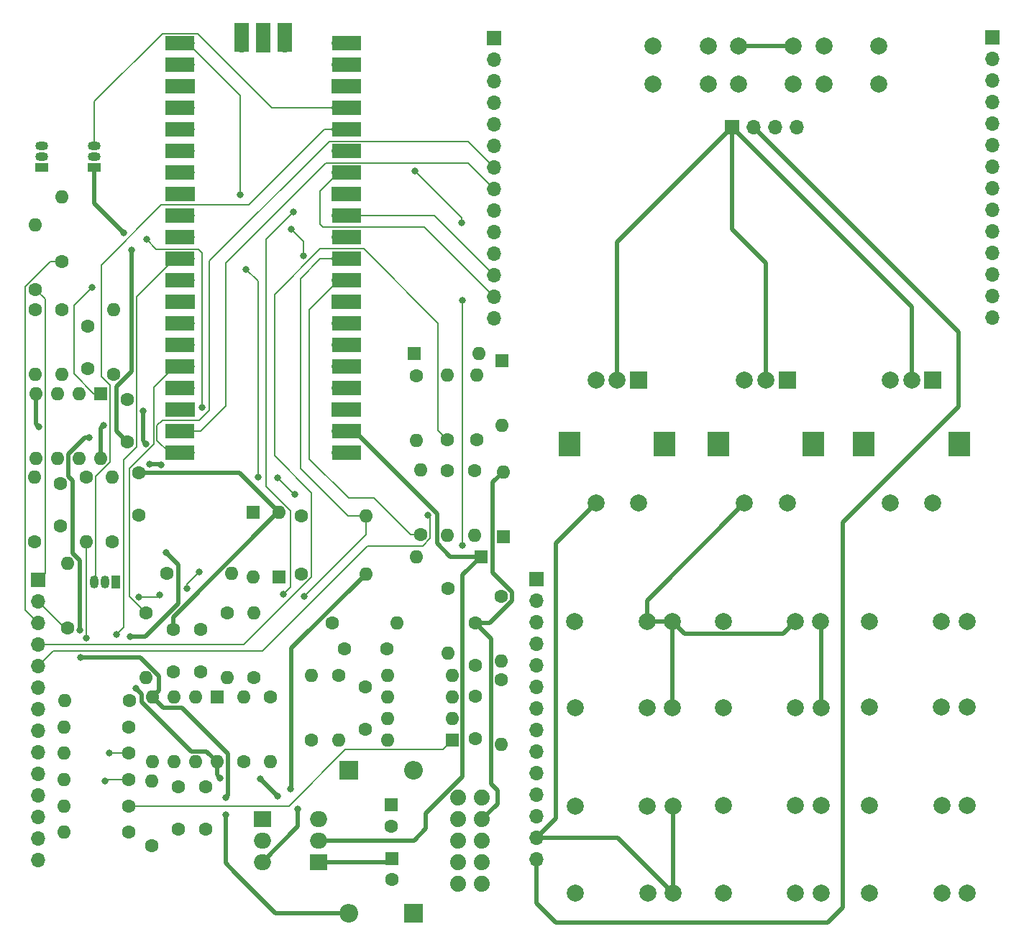
<source format=gbl>
G04 #@! TF.GenerationSoftware,KiCad,Pcbnew,(6.0.0-0)*
G04 #@! TF.CreationDate,2022-05-01T22:25:30-03:00*
G04 #@! TF.ProjectId,3lw_fp_and_bp_circuit,336c775f-6670-45f6-916e-645f62705f63,rev?*
G04 #@! TF.SameCoordinates,Original*
G04 #@! TF.FileFunction,Copper,L2,Bot*
G04 #@! TF.FilePolarity,Positive*
%FSLAX46Y46*%
G04 Gerber Fmt 4.6, Leading zero omitted, Abs format (unit mm)*
G04 Created by KiCad (PCBNEW (6.0.0-0)) date 2022-05-01 22:25:30*
%MOMM*%
%LPD*%
G01*
G04 APERTURE LIST*
G04 #@! TA.AperFunction,ComponentPad*
%ADD10C,1.600000*%
G04 #@! TD*
G04 #@! TA.AperFunction,ComponentPad*
%ADD11O,1.600000X1.600000*%
G04 #@! TD*
G04 #@! TA.AperFunction,ComponentPad*
%ADD12C,2.000000*%
G04 #@! TD*
G04 #@! TA.AperFunction,ComponentPad*
%ADD13R,1.600000X1.600000*%
G04 #@! TD*
G04 #@! TA.AperFunction,ComponentPad*
%ADD14R,1.500000X1.050000*%
G04 #@! TD*
G04 #@! TA.AperFunction,ComponentPad*
%ADD15O,1.500000X1.050000*%
G04 #@! TD*
G04 #@! TA.AperFunction,ComponentPad*
%ADD16R,1.700000X1.700000*%
G04 #@! TD*
G04 #@! TA.AperFunction,ComponentPad*
%ADD17O,1.700000X1.700000*%
G04 #@! TD*
G04 #@! TA.AperFunction,ComponentPad*
%ADD18R,2.000000X2.000000*%
G04 #@! TD*
G04 #@! TA.AperFunction,ComponentPad*
%ADD19R,2.500000X3.000000*%
G04 #@! TD*
G04 #@! TA.AperFunction,ComponentPad*
%ADD20R,1.050000X1.500000*%
G04 #@! TD*
G04 #@! TA.AperFunction,ComponentPad*
%ADD21O,1.050000X1.500000*%
G04 #@! TD*
G04 #@! TA.AperFunction,ComponentPad*
%ADD22C,1.879600*%
G04 #@! TD*
G04 #@! TA.AperFunction,SMDPad,CuDef*
%ADD23R,3.500000X1.700000*%
G04 #@! TD*
G04 #@! TA.AperFunction,SMDPad,CuDef*
%ADD24R,1.700000X3.500000*%
G04 #@! TD*
G04 #@! TA.AperFunction,ComponentPad*
%ADD25R,2.000000X1.905000*%
G04 #@! TD*
G04 #@! TA.AperFunction,ComponentPad*
%ADD26O,2.000000X1.905000*%
G04 #@! TD*
G04 #@! TA.AperFunction,ComponentPad*
%ADD27R,2.200000X2.200000*%
G04 #@! TD*
G04 #@! TA.AperFunction,ComponentPad*
%ADD28O,2.200000X2.200000*%
G04 #@! TD*
G04 #@! TA.AperFunction,ViaPad*
%ADD29C,0.800000*%
G04 #@! TD*
G04 #@! TA.AperFunction,Conductor*
%ADD30C,0.200000*%
G04 #@! TD*
G04 #@! TA.AperFunction,Conductor*
%ADD31C,0.500000*%
G04 #@! TD*
G04 APERTURE END LIST*
D10*
X25752109Y-91650000D03*
D11*
X25752109Y-84030000D03*
D12*
X97067827Y-122936789D03*
X85567827Y-122936789D03*
X94067827Y-122936789D03*
D10*
X33016509Y-112630400D03*
D11*
X25396509Y-112630400D03*
D13*
X50669509Y-85655600D03*
D11*
X50669509Y-78035600D03*
D12*
X114466800Y-90911520D03*
X102966800Y-90911520D03*
X111466800Y-90911520D03*
D10*
X44598909Y-89922800D03*
D11*
X44598909Y-97542800D03*
D10*
X31238509Y-61779600D03*
D11*
X31238509Y-54159600D03*
D10*
X57690306Y-97238000D03*
D11*
X57690306Y-104858000D03*
D13*
X66595309Y-59290400D03*
D11*
X74215309Y-59290400D03*
D10*
X34997709Y-89922800D03*
D11*
X34997709Y-97542800D03*
D10*
X76856909Y-87941600D03*
D11*
X76856909Y-95561600D03*
D10*
X32813309Y-69715200D03*
X32813309Y-64715200D03*
X53285709Y-78442000D03*
D11*
X60905709Y-78442000D03*
D12*
X114485150Y-122898782D03*
X102985150Y-122898782D03*
X111485150Y-122898782D03*
D14*
X22704109Y-37395600D03*
D15*
X22704109Y-36125600D03*
X22704109Y-34855600D03*
D12*
X131656205Y-90911520D03*
X120156205Y-90911520D03*
X128656205Y-90911520D03*
X97042427Y-112641277D03*
X85542427Y-112641277D03*
X94042427Y-112641277D03*
D10*
X60789106Y-98609600D03*
X60789106Y-103609600D03*
X21992909Y-54159600D03*
D11*
X21992909Y-61779600D03*
D10*
X49628109Y-99778000D03*
D11*
X49628109Y-107398000D03*
D12*
X96991627Y-90936920D03*
X85491627Y-90936920D03*
X93991627Y-90936920D03*
D10*
X58405709Y-94139200D03*
X63405709Y-94139200D03*
D12*
X104742200Y-23056606D03*
X111242200Y-23056606D03*
X111242200Y-27556606D03*
X104742200Y-27556606D03*
D10*
X33016509Y-106432800D03*
D11*
X25396509Y-106432800D03*
D10*
X34134109Y-73351200D03*
X34134109Y-78351200D03*
X38198109Y-91842400D03*
X38198109Y-96842400D03*
X73935909Y-69501200D03*
D11*
X73935909Y-61881200D03*
D13*
X43379709Y-99828800D03*
D11*
X40839709Y-99828800D03*
X38299709Y-99828800D03*
X35759709Y-99828800D03*
X35759709Y-107448800D03*
X38299709Y-107448800D03*
X40839709Y-107448800D03*
X43379709Y-107448800D03*
D14*
X28906109Y-37395600D03*
D15*
X28906109Y-36125600D03*
X28906109Y-34855600D03*
D10*
X33016509Y-109531600D03*
D11*
X25396509Y-109531600D03*
D16*
X104014400Y-32675256D03*
D17*
X106554400Y-32675256D03*
X109094400Y-32675256D03*
X111634400Y-32675256D03*
D10*
X25142509Y-48470000D03*
D11*
X25142509Y-40850000D03*
D10*
X42058909Y-115384400D03*
X42058909Y-110384400D03*
D13*
X76958509Y-60204800D03*
D11*
X76958509Y-67824800D03*
D12*
X114485150Y-112603270D03*
X102985150Y-112603270D03*
X111485150Y-112603270D03*
D13*
X47646909Y-78035600D03*
D11*
X47646909Y-85655600D03*
D10*
X70506909Y-69475800D03*
D11*
X70506909Y-61855800D03*
D10*
X21891309Y-81540800D03*
D11*
X21891309Y-73920800D03*
D10*
X47697709Y-97542800D03*
D11*
X47697709Y-89922800D03*
D10*
X53285709Y-85274600D03*
D11*
X60905709Y-85274600D03*
D10*
X35708909Y-117304000D03*
D11*
X35708909Y-109684000D03*
D12*
X97017027Y-101046525D03*
X85517027Y-101046525D03*
X94017027Y-101046525D03*
D10*
X70608509Y-86976400D03*
D11*
X70608509Y-94596400D03*
D10*
X37486909Y-85223800D03*
D11*
X45106909Y-85223800D03*
D18*
X92984227Y-62470866D03*
D12*
X87984227Y-62470866D03*
X90484227Y-62470866D03*
D19*
X84884227Y-69970866D03*
X96084227Y-69970866D03*
D12*
X92984227Y-76970866D03*
X87984227Y-76970866D03*
D10*
X33016509Y-115729200D03*
D11*
X25396509Y-115729200D03*
D18*
X127638205Y-62470866D03*
D12*
X122638205Y-62470866D03*
X125138205Y-62470866D03*
D19*
X119538205Y-69970866D03*
X130738205Y-69970866D03*
D12*
X127638205Y-76970866D03*
X122638205Y-76970866D03*
D10*
X21992909Y-51772000D03*
D11*
X21992909Y-44152000D03*
D10*
X31035309Y-81540800D03*
D11*
X31035309Y-73920800D03*
D13*
X74443909Y-83242600D03*
D11*
X66823909Y-83242600D03*
D10*
X67357309Y-80677200D03*
D11*
X67357309Y-73057200D03*
D10*
X28190509Y-61119200D03*
X28190509Y-56119200D03*
D12*
X121314264Y-23056606D03*
X114814264Y-23056606D03*
X114814264Y-27556606D03*
X121314264Y-27556606D03*
D18*
X110492200Y-62470866D03*
D12*
X105492200Y-62470866D03*
X107992200Y-62470866D03*
D19*
X102392200Y-69970866D03*
X113592200Y-69970866D03*
D12*
X110492200Y-76970866D03*
X105492200Y-76970866D03*
D13*
X29653709Y-64065600D03*
D11*
X27113709Y-64065600D03*
X24573709Y-64065600D03*
X22033709Y-64065600D03*
X22033709Y-71685600D03*
X24573709Y-71685600D03*
X27113709Y-71685600D03*
X29653709Y-71685600D03*
D10*
X25091709Y-54159600D03*
D11*
X25091709Y-61779600D03*
D12*
X131668455Y-100995725D03*
X120168455Y-100995725D03*
X128668455Y-100995725D03*
D13*
X71040706Y-104898800D03*
D11*
X71040706Y-102358800D03*
X71040706Y-99818800D03*
X71040706Y-97278800D03*
X63420706Y-97278800D03*
X63420706Y-99818800D03*
X63420706Y-102358800D03*
X63420706Y-104898800D03*
D10*
X46529309Y-107398000D03*
D11*
X46529309Y-99778000D03*
D10*
X24939309Y-74621200D03*
X24939309Y-79621200D03*
D12*
X94719973Y-23056606D03*
X101219973Y-23056606D03*
X101219973Y-27556606D03*
X94719973Y-27556606D03*
D10*
X66874709Y-61932000D03*
D11*
X66874709Y-69552000D03*
D10*
X41449309Y-91842400D03*
X41449309Y-96842400D03*
D12*
X131699055Y-112603270D03*
X120199055Y-112603270D03*
X128699055Y-112603270D03*
D10*
X38858509Y-115384400D03*
X38858509Y-110384400D03*
X73707309Y-73108000D03*
D11*
X73707309Y-80728000D03*
D10*
X33016509Y-103334000D03*
D11*
X25396509Y-103334000D03*
D10*
X33028909Y-100235200D03*
D11*
X25408909Y-100235200D03*
D12*
X114485150Y-101021125D03*
X102985150Y-101021125D03*
X111485150Y-101021125D03*
D10*
X56943309Y-91040400D03*
D11*
X64563309Y-91040400D03*
D10*
X73758109Y-99665600D03*
X73758109Y-104665600D03*
D12*
X131692955Y-122878582D03*
X120192955Y-122878582D03*
X128692955Y-122878582D03*
D16*
X22326800Y-85995800D03*
D17*
X22326800Y-88535800D03*
X22326800Y-91075800D03*
X22326800Y-93615800D03*
X22326800Y-96155800D03*
X22326800Y-98695800D03*
X22326800Y-101235800D03*
X22326800Y-103775800D03*
X22326800Y-106315800D03*
X22326800Y-108855800D03*
X22326800Y-111395800D03*
X22326800Y-113935800D03*
X22326800Y-116475800D03*
X22326800Y-119015800D03*
D10*
X54489906Y-104858000D03*
D11*
X54489906Y-97238000D03*
D10*
X73758109Y-91069600D03*
X73758109Y-96069600D03*
D20*
X31492509Y-86214400D03*
D21*
X30222509Y-86214400D03*
X28952509Y-86214400D03*
D10*
X76856909Y-97746000D03*
D11*
X76856909Y-105366000D03*
D10*
X70506909Y-73108000D03*
D11*
X70506909Y-80728000D03*
D13*
X77060109Y-80880400D03*
D11*
X77060109Y-73260400D03*
D10*
X27987309Y-73920800D03*
D11*
X27987309Y-81540800D03*
D16*
X75995343Y-22156677D03*
D17*
X75995343Y-24696677D03*
X75995343Y-27236677D03*
X75995343Y-29776677D03*
X75995343Y-32316677D03*
X75995343Y-34856677D03*
X75995343Y-37396677D03*
X75995343Y-39936677D03*
X75995343Y-42476677D03*
X75995343Y-45016677D03*
X75995343Y-47556677D03*
X75995343Y-50096677D03*
X75995343Y-52636677D03*
X75995343Y-55176677D03*
D13*
X63953709Y-118800676D03*
D10*
X63953709Y-121300676D03*
D22*
X71786909Y-121825200D03*
X74580909Y-121825200D03*
X71786909Y-119285200D03*
X74580909Y-119285200D03*
X71786909Y-116745200D03*
X74580909Y-116745200D03*
X71786909Y-114205200D03*
X74580909Y-114205200D03*
X71786909Y-111665200D03*
X74580909Y-111665200D03*
D17*
X39925309Y-71016200D03*
D23*
X39025309Y-71016200D03*
D17*
X39925309Y-68476200D03*
D23*
X39025309Y-68476200D03*
D16*
X39925309Y-65936200D03*
D23*
X39025309Y-65936200D03*
X39025309Y-63396200D03*
D17*
X39925309Y-63396200D03*
X39925309Y-60856200D03*
D23*
X39025309Y-60856200D03*
X39025309Y-58316200D03*
D17*
X39925309Y-58316200D03*
D23*
X39025309Y-55776200D03*
D17*
X39925309Y-55776200D03*
D23*
X39025309Y-53236200D03*
D16*
X39925309Y-53236200D03*
D23*
X39025309Y-50696200D03*
D17*
X39925309Y-50696200D03*
X39925309Y-48156200D03*
D23*
X39025309Y-48156200D03*
X39025309Y-45616200D03*
D17*
X39925309Y-45616200D03*
D23*
X39025309Y-43076200D03*
D17*
X39925309Y-43076200D03*
D16*
X39925309Y-40536200D03*
D23*
X39025309Y-40536200D03*
D17*
X39925309Y-37996200D03*
D23*
X39025309Y-37996200D03*
D17*
X39925309Y-35456200D03*
D23*
X39025309Y-35456200D03*
X39025309Y-32916200D03*
D17*
X39925309Y-32916200D03*
X39925309Y-30376200D03*
D23*
X39025309Y-30376200D03*
D16*
X39925309Y-27836200D03*
D23*
X39025309Y-27836200D03*
D17*
X39925309Y-25296200D03*
D23*
X39025309Y-25296200D03*
D17*
X39925309Y-22756200D03*
D23*
X39025309Y-22756200D03*
X58605309Y-22756200D03*
D17*
X57705309Y-22756200D03*
X57705309Y-25296200D03*
D23*
X58605309Y-25296200D03*
D16*
X57705309Y-27836200D03*
D23*
X58605309Y-27836200D03*
X58605309Y-30376200D03*
D17*
X57705309Y-30376200D03*
X57705309Y-32916200D03*
D23*
X58605309Y-32916200D03*
D17*
X57705309Y-35456200D03*
D23*
X58605309Y-35456200D03*
D17*
X57705309Y-37996200D03*
D23*
X58605309Y-37996200D03*
X58605309Y-40536200D03*
D16*
X57705309Y-40536200D03*
D23*
X58605309Y-43076200D03*
D17*
X57705309Y-43076200D03*
X57705309Y-45616200D03*
D23*
X58605309Y-45616200D03*
D17*
X57705309Y-48156200D03*
D23*
X58605309Y-48156200D03*
X58605309Y-50696200D03*
D17*
X57705309Y-50696200D03*
D16*
X57705309Y-53236200D03*
D23*
X58605309Y-53236200D03*
X58605309Y-55776200D03*
D17*
X57705309Y-55776200D03*
X57705309Y-58316200D03*
D23*
X58605309Y-58316200D03*
D17*
X57705309Y-60856200D03*
D23*
X58605309Y-60856200D03*
D17*
X57705309Y-63396200D03*
D23*
X58605309Y-63396200D03*
D16*
X57705309Y-65936200D03*
D23*
X58605309Y-65936200D03*
D17*
X57705309Y-68476200D03*
D23*
X58605309Y-68476200D03*
X58605309Y-71016200D03*
D17*
X57705309Y-71016200D03*
D24*
X46275309Y-22086200D03*
D17*
X46275309Y-22986200D03*
D24*
X48815309Y-22086200D03*
D16*
X48815309Y-22986200D03*
D24*
X51355309Y-22086200D03*
D17*
X51355309Y-22986200D03*
D25*
X48713709Y-114154400D03*
D26*
X48713709Y-116694400D03*
X48713709Y-119234400D03*
D27*
X66493709Y-125240790D03*
D28*
X58873709Y-125240790D03*
D16*
X80988272Y-85928400D03*
D17*
X80988272Y-88468400D03*
X80988272Y-91008400D03*
X80988272Y-93548400D03*
X80988272Y-96088400D03*
X80988272Y-98628400D03*
X80988272Y-101168400D03*
X80988272Y-103708400D03*
X80988272Y-106248400D03*
X80988272Y-108788400D03*
X80988272Y-111328400D03*
X80988272Y-113868400D03*
X80988272Y-116408400D03*
X80988272Y-118948400D03*
D27*
X58873709Y-108414000D03*
D28*
X66493709Y-108414000D03*
D16*
X134661699Y-22098200D03*
D17*
X134661699Y-24638200D03*
X134661699Y-27178200D03*
X134661699Y-29718200D03*
X134661699Y-32258200D03*
X134661699Y-34798200D03*
X134661699Y-37338200D03*
X134661699Y-39878200D03*
X134661699Y-42418200D03*
X134661699Y-44958200D03*
X134661699Y-47498200D03*
X134661699Y-50038200D03*
X134661699Y-52578200D03*
X134661699Y-55118200D03*
D13*
X63899234Y-112518674D03*
D10*
X63899234Y-115018674D03*
D25*
X55337909Y-119234400D03*
D26*
X55337909Y-116694400D03*
X55337909Y-114154400D03*
D29*
X39823709Y-87027200D03*
X36623309Y-87789200D03*
X41601709Y-65691200D03*
X30730509Y-106432800D03*
X35099309Y-45879200D03*
X34184909Y-88043200D03*
X28647709Y-51518000D03*
X41246109Y-85096800D03*
X30171709Y-109684000D03*
X27987309Y-92869200D03*
X44395709Y-111614400D03*
X27287809Y-95104400D03*
X22433720Y-67977200D03*
X28342909Y-69196400D03*
X44395709Y-113646400D03*
X27225309Y-91904000D03*
X36814809Y-72447600D03*
X33829309Y-98812800D03*
X34990215Y-69950906D03*
X43735309Y-109328400D03*
X50491709Y-111462000D03*
X30019309Y-67774000D03*
X33118109Y-92666000D03*
X37385309Y-82760000D03*
X34642109Y-66097600D03*
X35415809Y-72396800D03*
X48459709Y-109430000D03*
X53641309Y-87941600D03*
X68220909Y-78340400D03*
X32356109Y-45117200D03*
X33321309Y-47149200D03*
X72183309Y-43948800D03*
X66696909Y-37852800D03*
X72234109Y-53092800D03*
X72234109Y-81947200D03*
X52117309Y-44710800D03*
X53539709Y-47809600D03*
X31543309Y-92462800D03*
X46122909Y-40646800D03*
X52574509Y-75952800D03*
X50491709Y-73971600D03*
X48205709Y-73920800D03*
X46783309Y-49384400D03*
X52371309Y-42678800D03*
X51202909Y-87687600D03*
X52879309Y-112986000D03*
X52015709Y-110598400D03*
D30*
X35099309Y-45879200D02*
X36226798Y-47006689D01*
X41601709Y-55226400D02*
X41601709Y-65691200D01*
X28850909Y-64065600D02*
X26514109Y-61728800D01*
X26514109Y-53651600D02*
X28647709Y-51518000D01*
X29653709Y-64065600D02*
X28850909Y-64065600D01*
X30730509Y-106432800D02*
X33016509Y-106432800D01*
X41601709Y-47454000D02*
X41601709Y-55226400D01*
X36369309Y-88043200D02*
X34184909Y-88043200D01*
X41246109Y-85096800D02*
X39823709Y-86519200D01*
X26514109Y-55074000D02*
X26514109Y-53651600D01*
X41154398Y-47006689D02*
X41601709Y-47454000D01*
X39823709Y-86519200D02*
X39823709Y-87027200D01*
X26514109Y-61728800D02*
X26514109Y-55074000D01*
X36623309Y-87789200D02*
X36369309Y-88043200D01*
X36226798Y-47006689D02*
X41154398Y-47006689D01*
X33016509Y-112630400D02*
X51858287Y-112630400D01*
X69941195Y-105998311D02*
X71040706Y-104898800D01*
X51858287Y-112630400D02*
X58490376Y-105998311D01*
X58490376Y-105998311D02*
X69941195Y-105998311D01*
X30324109Y-109531600D02*
X33016509Y-109531600D01*
X27987309Y-81540800D02*
X27987309Y-92869200D01*
X30171709Y-109684000D02*
X30324109Y-109531600D01*
D31*
X36559708Y-97337723D02*
X36559708Y-99028801D01*
X45513309Y-120504400D02*
X44395709Y-119386800D01*
X28342909Y-69196400D02*
X27835833Y-69196400D01*
X26381647Y-82892462D02*
X27225309Y-83736124D01*
X34326385Y-95104400D02*
X36559708Y-97337723D01*
X44395709Y-111614400D02*
X44629220Y-111380889D01*
X44629220Y-111380889D02*
X44629220Y-106463111D01*
X25864198Y-71168035D02*
X25864198Y-73778889D01*
X27287809Y-95104400D02*
X34326385Y-95104400D01*
X44629220Y-106463111D02*
X39264909Y-101098800D01*
X22033709Y-64065600D02*
X22033709Y-67577189D01*
X25864198Y-73778889D02*
X26381647Y-74296338D01*
X36559708Y-99028801D02*
X35759709Y-99828800D01*
X39264909Y-101098800D02*
X37029709Y-101098800D01*
X58873709Y-125240790D02*
X50249699Y-125240790D01*
X27225309Y-83736124D02*
X27225309Y-91904000D01*
X44395709Y-119386800D02*
X44395709Y-113646400D01*
X37029709Y-101098800D02*
X35759709Y-99828800D01*
X27835833Y-69196400D02*
X25864198Y-71168035D01*
X22033709Y-67577189D02*
X22433720Y-67977200D01*
X50249699Y-125240790D02*
X45513309Y-120504400D01*
X26381647Y-74296338D02*
X26381647Y-82892462D01*
X34642109Y-69602800D02*
X34990215Y-69950906D01*
X38807709Y-88766654D02*
X34908363Y-92666000D01*
X43379709Y-108972800D02*
X43735309Y-109328400D01*
X38807709Y-84182400D02*
X38807709Y-88297200D01*
X34908363Y-92666000D02*
X33118109Y-92666000D01*
X48459709Y-109430000D02*
X50491709Y-111462000D01*
X36764009Y-72396800D02*
X36814809Y-72447600D01*
X34510198Y-100357289D02*
X40352198Y-106199289D01*
X35415809Y-72396800D02*
X36764009Y-72396800D01*
X29653709Y-68139600D02*
X30019309Y-67774000D01*
X42130198Y-106199289D02*
X43379709Y-107448800D01*
X40352198Y-106199289D02*
X42130198Y-106199289D01*
X34642109Y-66097600D02*
X34642109Y-69602800D01*
X43379709Y-107448800D02*
X43379709Y-108972800D01*
X33829309Y-98812800D02*
X34510198Y-99493689D01*
X34510198Y-99493689D02*
X34510198Y-100357289D01*
X38807709Y-88297200D02*
X38807709Y-88766654D01*
X29653709Y-71685600D02*
X29653709Y-68139600D01*
X37385309Y-82760000D02*
X38807709Y-84182400D01*
X67966909Y-113520416D02*
X67966909Y-115322800D01*
X59564331Y-68476200D02*
X69257398Y-78169267D01*
X69257398Y-78169267D02*
X69257398Y-81662889D01*
X70837109Y-83242600D02*
X74443909Y-83242600D01*
X69257398Y-81662889D02*
X70837109Y-83242600D01*
X66595309Y-116694400D02*
X55337909Y-116694400D01*
X67966909Y-115322800D02*
X66595309Y-116694400D01*
X74443909Y-83242600D02*
X72290217Y-85396292D01*
X57705309Y-68476200D02*
X59564331Y-68476200D01*
X72290217Y-109197108D02*
X67966909Y-113520416D01*
X72290217Y-85396292D02*
X72290217Y-109197108D01*
D30*
X53641309Y-87941600D02*
X60905709Y-80677200D01*
X57705309Y-48156200D02*
X55529909Y-48156200D01*
X53184109Y-50502000D02*
X53184109Y-72854000D01*
X53184109Y-72854000D02*
X58772109Y-78442000D01*
X60905709Y-80677200D02*
X60905709Y-78442000D01*
X55529909Y-48156200D02*
X53184109Y-50502000D01*
X58772109Y-78442000D02*
X60905709Y-78442000D01*
X57705309Y-50696200D02*
X54250909Y-54150600D01*
X66188909Y-80677200D02*
X67357309Y-80677200D01*
X54250909Y-54150600D02*
X54250909Y-71736400D01*
X54250909Y-71736400D02*
X58873709Y-76359200D01*
X61870909Y-76359200D02*
X66188909Y-80677200D01*
X58873709Y-76359200D02*
X61870909Y-76359200D01*
D31*
X83253756Y-114142916D02*
X83253756Y-81701337D01*
X97042427Y-122911389D02*
X97067827Y-122936789D01*
X93991627Y-90936920D02*
X96991627Y-90936920D01*
X97042427Y-112641277D02*
X97042427Y-122911389D01*
X83253756Y-81701337D02*
X87984227Y-76970866D01*
X90484227Y-62470866D02*
X90484227Y-46205429D01*
X93991627Y-88471439D02*
X105492200Y-76970866D01*
X114485150Y-90929870D02*
X114466800Y-90911520D01*
X97017027Y-90962320D02*
X96991627Y-90936920D01*
X107992200Y-48674367D02*
X104014400Y-44696567D01*
X90539438Y-116408400D02*
X97067827Y-122936789D01*
X104014400Y-44696567D02*
X104014400Y-32675256D01*
X96991627Y-90936920D02*
X98415738Y-92361031D01*
X110017289Y-92361031D02*
X111466800Y-90911520D01*
X125138205Y-53799061D02*
X104014400Y-32675256D01*
X98415738Y-92361031D02*
X110017289Y-92361031D01*
X93991627Y-90936920D02*
X93991627Y-88471439D01*
X104742200Y-23056606D02*
X111242200Y-23056606D01*
X80988272Y-116408400D02*
X90539438Y-116408400D01*
X90484227Y-46205429D02*
X104014400Y-32675256D01*
X125138205Y-62470866D02*
X125138205Y-53799061D01*
X114485150Y-101021125D02*
X114485150Y-90929870D01*
X97017027Y-101046525D02*
X97017027Y-90962320D01*
X107992200Y-62470866D02*
X107992200Y-48674367D01*
X80988272Y-116408400D02*
X83253756Y-114142916D01*
X130700956Y-65591923D02*
X117035756Y-79257123D01*
X106554400Y-32675256D02*
X130700956Y-56821812D01*
X83253756Y-126348723D02*
X80988272Y-124083239D01*
X80988272Y-124083239D02*
X80988272Y-118948400D01*
X115308556Y-126348723D02*
X83253756Y-126348723D01*
X130700956Y-56821812D02*
X130700956Y-65591923D01*
X117035756Y-79257123D02*
X117035756Y-124621523D01*
X117035756Y-124621523D02*
X115308556Y-126348723D01*
D30*
X22326800Y-85995800D02*
X23133220Y-85189380D01*
X23133220Y-52912311D02*
X21992909Y-51772000D01*
X23133220Y-85189380D02*
X23133220Y-52912311D01*
X22326800Y-88535800D02*
X25441000Y-91650000D01*
X25441000Y-91650000D02*
X25752109Y-91650000D01*
X23739965Y-48470000D02*
X25142509Y-48470000D01*
X20791798Y-51418167D02*
X23739965Y-48470000D01*
X20791798Y-89540798D02*
X20791798Y-51418167D01*
X22326800Y-91075800D02*
X20791798Y-89540798D01*
X69389309Y-55741178D02*
X69389309Y-68358200D01*
X50140788Y-71385479D02*
X50140788Y-52376921D01*
X22326800Y-93615800D02*
X46499453Y-93615800D01*
X60644931Y-46996800D02*
X69389309Y-55741178D01*
X50140788Y-52376921D02*
X55520909Y-46996800D01*
X69389309Y-68358200D02*
X70506909Y-69475800D01*
X55520909Y-46996800D02*
X60644931Y-46996800D01*
X46499453Y-93615800D02*
X54476406Y-85638847D01*
X54476406Y-75721097D02*
X50140788Y-71385479D01*
X54476406Y-85638847D02*
X54476406Y-75721097D01*
X24077711Y-94404889D02*
X48702020Y-94404889D01*
X22326800Y-96155800D02*
X24077711Y-94404889D01*
X48702020Y-94404889D02*
X61108909Y-81998000D01*
X61108909Y-81998000D02*
X67591453Y-81998000D01*
X68474909Y-81114544D02*
X68474909Y-78594400D01*
X67591453Y-81998000D02*
X68474909Y-81114544D01*
X68474909Y-78594400D02*
X68220909Y-78340400D01*
X36318509Y-67824800D02*
X36318509Y-69552000D01*
X37782709Y-71016200D02*
X39925309Y-71016200D01*
X42465309Y-48397178D02*
X42465309Y-66046800D01*
X75995343Y-37396677D02*
X72905355Y-34306689D01*
X56555798Y-34306689D02*
X42465309Y-48397178D01*
X72905355Y-34306689D02*
X56555798Y-34306689D01*
X42465309Y-66046800D02*
X41296909Y-67215200D01*
X36928109Y-67215200D02*
X36318509Y-67824800D01*
X36318509Y-69552000D02*
X37782709Y-71016200D01*
X41296909Y-67215200D02*
X36928109Y-67215200D01*
X72905355Y-36846689D02*
X56171420Y-36846689D01*
X44395709Y-48622400D02*
X44395709Y-65538800D01*
X56171420Y-36846689D02*
X44395709Y-48622400D01*
X41458309Y-68476200D02*
X39925309Y-68476200D01*
X75995343Y-39936677D02*
X72905355Y-36846689D01*
X44395709Y-65538800D02*
X41458309Y-68476200D01*
X75995343Y-50096677D02*
X68974866Y-43076200D01*
X68974866Y-43076200D02*
X57705309Y-43076200D01*
X55825709Y-44406000D02*
X55520909Y-44101200D01*
X75995343Y-52636677D02*
X67764666Y-44406000D01*
X55520909Y-44101200D02*
X55520909Y-40180600D01*
X55520909Y-40180600D02*
X57705309Y-37996200D01*
X67764666Y-44406000D02*
X55825709Y-44406000D01*
D31*
X63519985Y-119234400D02*
X63953709Y-118800676D01*
X38198109Y-90365524D02*
X38198109Y-91842400D01*
X76399709Y-110801600D02*
X76399709Y-112386400D01*
X75607398Y-110009289D02*
X76399709Y-110801600D01*
X75495985Y-91069600D02*
X73758109Y-91069600D01*
X75810598Y-74509911D02*
X75810598Y-85128213D01*
X73758109Y-91069600D02*
X75607398Y-92918889D01*
X78106420Y-87424035D02*
X78106420Y-88459165D01*
X32356109Y-45117200D02*
X28906109Y-41667200D01*
X45985109Y-73351200D02*
X50669509Y-78035600D01*
X76399709Y-112386400D02*
X74580909Y-114205200D01*
X50669509Y-78035600D02*
X50528033Y-78035600D01*
X34134109Y-73351200D02*
X45985109Y-73351200D01*
X31563798Y-63221387D02*
X33321309Y-61463876D01*
X55337909Y-119234400D02*
X63519985Y-119234400D01*
X75607398Y-92918889D02*
X75607398Y-110009289D01*
X28906109Y-41667200D02*
X28906109Y-37395600D01*
X50528033Y-78035600D02*
X38198109Y-90365524D01*
X33321309Y-61463876D02*
X33321309Y-47149200D01*
X75810598Y-85128213D02*
X78106420Y-87424035D01*
X32813309Y-69715200D02*
X31563798Y-68465689D01*
X77060109Y-73260400D02*
X75810598Y-74509911D01*
X78106420Y-88459165D02*
X75495985Y-91069600D01*
X31563798Y-68465689D02*
X31563798Y-63221387D01*
D30*
X49844331Y-30376200D02*
X41074820Y-21606689D01*
X36918220Y-21606689D02*
X28906109Y-29618800D01*
X28906109Y-29618800D02*
X28906109Y-34855600D01*
X41074820Y-21606689D02*
X36918220Y-21606689D01*
X57705309Y-30376200D02*
X49844331Y-30376200D01*
X30753220Y-63037833D02*
X29765309Y-62049922D01*
X36815223Y-41826486D02*
X47076823Y-41826486D01*
X29086820Y-73807433D02*
X30753220Y-72141033D01*
X30753220Y-72141033D02*
X30753220Y-63037833D01*
X28952509Y-86214400D02*
X29086820Y-86080089D01*
X29086820Y-86080089D02*
X29086820Y-73807433D01*
X55987109Y-32916200D02*
X57705309Y-32916200D01*
X29765309Y-62049922D02*
X29765309Y-48876400D01*
X29765309Y-48876400D02*
X36815223Y-41826486D01*
X47076823Y-41826486D02*
X55987109Y-32916200D01*
X38366287Y-60856200D02*
X35918989Y-63303498D01*
X33034598Y-87959689D02*
X34997709Y-89922800D01*
X39925309Y-60856200D02*
X38366287Y-60856200D01*
X33034598Y-72895767D02*
X33034598Y-87959689D01*
X35918989Y-63303498D02*
X35918989Y-70011376D01*
X35918989Y-70011376D02*
X33034598Y-72895767D01*
X72183309Y-43339200D02*
X72183309Y-43948800D01*
X72234109Y-53092800D02*
X72234109Y-81947200D01*
X66696909Y-37852800D02*
X72183309Y-43339200D01*
X52117309Y-44710800D02*
X53539709Y-46133200D01*
X53539709Y-46133200D02*
X53539709Y-47809600D01*
X39925309Y-48156200D02*
X38366287Y-48156200D01*
X33912820Y-52609667D02*
X33912820Y-70337467D01*
X32406909Y-71843378D02*
X32406909Y-91599200D01*
X32406909Y-91599200D02*
X31543309Y-92462800D01*
X38366287Y-48156200D02*
X33912820Y-52609667D01*
X33912820Y-70337467D02*
X32406909Y-71843378D01*
X48205709Y-50806800D02*
X48205709Y-73920800D01*
X50491709Y-73971600D02*
X52472909Y-75952800D01*
X46122909Y-28953800D02*
X46122909Y-40646800D01*
X46783309Y-49384400D02*
X48205709Y-50806800D01*
X52472909Y-75952800D02*
X52574509Y-75952800D01*
X39925309Y-22756200D02*
X46122909Y-28953800D01*
X52066509Y-86824000D02*
X51202909Y-87687600D01*
X52066509Y-77877656D02*
X52066509Y-86722400D01*
X52066509Y-86722400D02*
X52066509Y-86824000D01*
X52371309Y-42678800D02*
X49170909Y-45879200D01*
X49170909Y-74982056D02*
X52066509Y-77877656D01*
X49170909Y-70517200D02*
X49170909Y-74982056D01*
X49170909Y-45879200D02*
X49170909Y-70517200D01*
D31*
X52117309Y-110496800D02*
X52015709Y-110598400D01*
X60905709Y-85274600D02*
X52117309Y-94063000D01*
X52879309Y-115068800D02*
X48713709Y-119234400D01*
X52117309Y-101200400D02*
X52117309Y-110496800D01*
X52879309Y-112986000D02*
X52879309Y-115068800D01*
X52117309Y-94063000D02*
X52117309Y-101200400D01*
M02*

</source>
